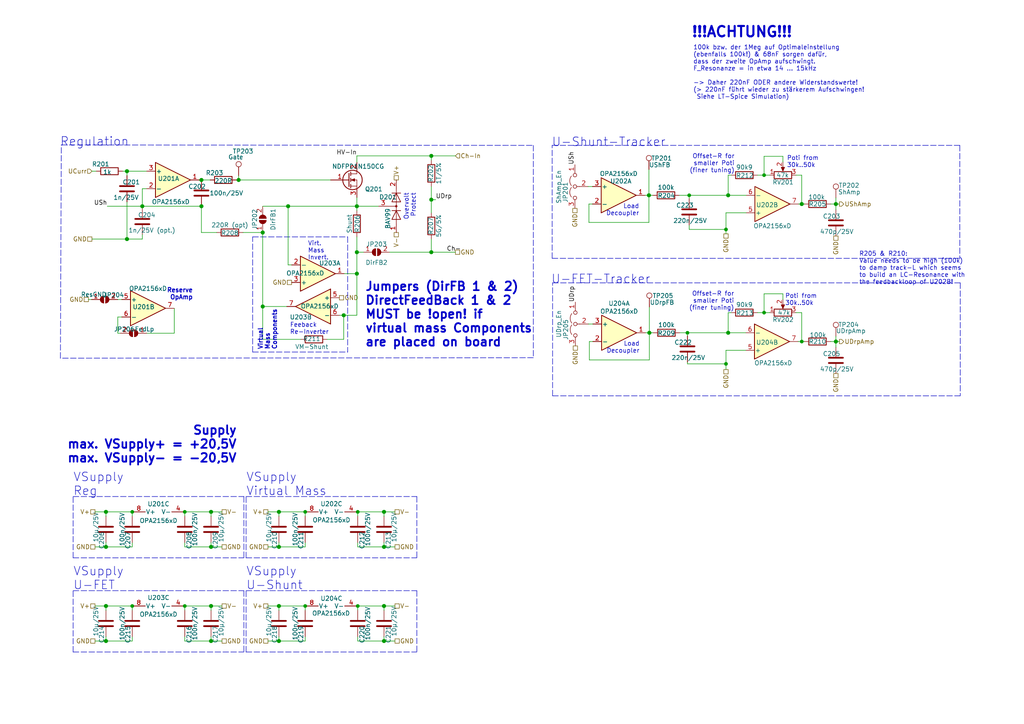
<source format=kicad_sch>
(kicad_sch (version 20230121) (generator eeschema)
  (paper "A4")
  (lib_symbols
    (symbol "Amplifier_Operational:OPA2156xD" (pin_names (offset 0.127))
      (property "Reference" "U" (at 2.54 6.35 0))
      (property "Value" "OPA2156xD" (at 2.54 3.81 0))
      (symbol "OPA2156xD_1_1"
        (polyline (pts (xy 5.08 0) (xy -5.08 5.08) (xy -5.08 -5.08) (xy 5.08 0)) (stroke (width 0.254)) (fill (type background)))
        (pin output line (at 7.62 0 180) (length 2.54) (name "~") (number "1"))
        (pin input line (at -7.62 -2.54 0) (length 2.54) (name "-") (number "2"))
        (pin input line (at -7.62 2.54 0) (length 2.54) (name "+") (number "3"))
      )
      (symbol "OPA2156xD_2_1"
        (polyline (pts (xy 5.08 0) (xy -5.08 5.08) (xy -5.08 -5.08) (xy 5.08 0)) (stroke (width 0.254)) (fill (type background)))
        (pin input line (at -7.62 2.54 0) (length 2.54) (name "+") (number "5"))
        (pin input line (at -7.62 -2.54 0) (length 2.54) (name "-") (number "6"))
        (pin output line (at 7.62 0 180) (length 2.54) (name "~") (number "7"))
      )
      (symbol "OPA2156xD_3_1"
        (pin power_in line (at 0 -7.62 90) (length 3.81) (name "V-") (number "4"))
        (pin power_in line (at 0 7.62 270) (length 3.81) (name "V+") (number "8"))
      )
    )
    (symbol "Connector:TestPoint" (pin_numbers hide) (pin_names (offset 0.762) hide)
      (property "Reference" "TP" (at 0 6.858 0))
      (property "Value" "TestPoint" (at 0 5.08 0))
      (symbol "TestPoint_0_1"
        (circle (center 0 3.302) (radius 0.762))
      )
      (symbol "TestPoint_1_1"
        (pin passive line (at 0 0 90) (length 2.54) (name "1") (number "1"))
      )
    )
    (symbol "Device:C" (pin_numbers hide) (pin_names (offset 0.254))
      (property "Reference" "C" (at 0.635 2.54 0))
      (property "Value" "C" (at 0.635 -2.54 0))
      (symbol "C_0_1"
        (polyline (pts (xy -2.032 -0.762) (xy 2.032 -0.762)) (stroke (width 0.508)))
        (polyline (pts (xy -2.032 0.762) (xy 2.032 0.762)) (stroke (width 0.508)))
      )
      (symbol "C_1_1"
        (pin passive line (at 0 3.81 270) (length 2.794) (name "~") (number "1"))
        (pin passive line (at 0 -3.81 90) (length 2.794) (name "~") (number "2"))
      )
    )
    (symbol "Device:R" (pin_numbers hide) (pin_names (offset 0))
      (property "Reference" "R" (at 2.032 0 90))
      (property "Value" "R" (at 0 0 90))
      (symbol "R_0_1"
        (rectangle (start -1.016 -2.54) (end 1.016 2.54) (stroke (width 0.254)))
      )
      (symbol "R_1_1"
        (pin passive line (at 0 3.81 270) (length 1.27) (name "~") (number "1"))
        (pin passive line (at 0 -3.81 90) (length 1.27) (name "~") (number "2"))
      )
    )
    (symbol "Device:R_Potentiometer" (pin_names (offset 1.016) hide)
      (property "Reference" "RV" (at -4.445 0 90))
      (property "Value" "R_Potentiometer" (at -2.54 0 90))
      (symbol "R_Potentiometer_0_1"
        (polyline (pts (xy 2.54 0) (xy 1.524 0)))
        (polyline (pts (xy 1.143 0) (xy 2.286 0.508) (xy 2.286 -0.508) (xy 1.143 0)) (fill (type outline)))
        (rectangle (start 1.016 2.54) (end -1.016 -2.54) (stroke (width 0.254)))
      )
      (symbol "R_Potentiometer_1_1"
        (pin passive line (at 0 3.81 270) (length 1.27) (name "1") (number "1"))
        (pin passive line (at 3.81 0 180) (length 1.27) (name "2") (number "2"))
        (pin passive line (at 0 -3.81 90) (length 1.27) (name "3") (number "3"))
      )
    )
    (symbol "Diode:BAV99" (pin_names hide)
      (property "Reference" "D" (at 0 5.08 0))
      (property "Value" "BAV99" (at 0 2.54 0))
      (symbol "BAV99_0_1"
        (polyline (pts (xy -5.08 0) (xy 5.08 0)))
      )
      (symbol "BAV99_1_1"
        (polyline (pts (xy 0 0) (xy 0 -2.54)))
        (polyline (pts (xy -1.27 -1.27) (xy -1.27 1.27) (xy -1.27 1.27)) (stroke (width 0.2032)))
        (polyline (pts (xy 3.81 1.27) (xy 3.81 -1.27) (xy 3.81 -1.27)) (stroke (width 0.2032)))
        (polyline (pts (xy -3.81 1.27) (xy -1.27 0) (xy -3.81 -1.27) (xy -3.81 1.27) (xy -3.81 1.27) (xy -3.81 1.27)) (stroke (width 0.2032)))
        (polyline (pts (xy 1.27 1.27) (xy 3.81 0) (xy 1.27 -1.27) (xy 1.27 1.27) (xy 1.27 1.27) (xy 1.27 1.27)) (stroke (width 0.2032)))
        (circle (center 0 0) (radius 0.254) (fill (type outline)))
        (pin passive line (at -7.62 0 0) (length 2.54) (name "K") (number "1"))
        (pin passive line (at 7.62 0 180) (length 2.54) (name "A") (number "2"))
        (pin passive line (at 0 -5.08 90) (length 2.54) (name "K") (number "3"))
      )
    )
    (symbol "Jumper:Jumper_3_Open" (pin_names (offset 0) hide)
      (property "Reference" "JP" (at -2.54 -2.54 0))
      (property "Value" "Jumper_3_Open" (at 0 2.794 0))
      (symbol "Jumper_3_Open_0_0"
        (circle (center -3.302 0) (radius 0.508))
        (circle (center 0 0) (radius 0.508))
        (circle (center 3.302 0) (radius 0.508))
      )
      (symbol "Jumper_3_Open_0_1"
        (arc (start -0.254 1.016) (mid -1.651 1.4992) (end -3.048 1.016))
        (polyline (pts (xy 0 -0.508) (xy 0 -1.27)))
        (arc (start 3.048 1.016) (mid 1.651 1.4992) (end 0.254 1.016))
      )
      (symbol "Jumper_3_Open_1_1"
        (pin passive line (at -6.35 0 0) (length 2.54) (name "A") (number "1"))
        (pin input line (at 0 -3.81 90) (length 2.54) (name "C") (number "2"))
        (pin passive line (at 6.35 0 180) (length 2.54) (name "B") (number "3"))
      )
    )
    (symbol "Jumper:SolderJumper_2_Open" (pin_names (offset 0) hide)
      (property "Reference" "JP" (at 0 2.032 0))
      (property "Value" "SolderJumper_2_Open" (at 0 -2.54 0))
      (symbol "SolderJumper_2_Open_0_1"
        (arc (start -0.254 1.016) (mid -1.2656 0) (end -0.254 -1.016))
        (arc (start -0.254 1.016) (mid -1.2656 0) (end -0.254 -1.016) (fill (type outline)))
        (polyline (pts (xy -0.254 1.016) (xy -0.254 -1.016)))
        (polyline (pts (xy 0.254 1.016) (xy 0.254 -1.016)))
        (arc (start 0.254 -1.016) (mid 1.2656 0) (end 0.254 1.016))
        (arc (start 0.254 -1.016) (mid 1.2656 0) (end 0.254 1.016) (fill (type outline)))
      )
      (symbol "SolderJumper_2_Open_1_1"
        (pin passive line (at -3.81 0 0) (length 2.54) (name "A") (number "1"))
        (pin passive line (at 3.81 0 180) (length 2.54) (name "B") (number "2"))
      )
    )
    (symbol "tinkerforge:MOSFET_N_CH" (pin_names (offset 0) hide)
      (property "Reference" "Q" (at 7.62 1.27 0))
      (property "Value" "MOSFET_N_CH" (at 17.78 -1.27 0))
      (symbol "MOSFET_N_CH_0_1"
        (polyline (pts (xy 0.762 -1.778) (xy 2.54 -1.778)))
        (polyline (pts (xy 0.762 -1.27) (xy 0.762 -2.286)) (stroke (width 0.254)))
        (polyline (pts (xy 0.762 0) (xy 2.54 0)))
        (polyline (pts (xy 0.762 0.508) (xy 0.762 -0.508)) (stroke (width 0.254)))
        (polyline (pts (xy 0.762 1.778) (xy 2.54 1.778)))
        (polyline (pts (xy 0.762 2.286) (xy 0.762 1.27)) (stroke (width 0.254)))
        (polyline (pts (xy 2.54 -1.778) (xy 2.54 -2.54)))
        (polyline (pts (xy 2.54 -1.778) (xy 2.54 0)))
        (polyline (pts (xy 2.54 2.54) (xy 2.54 1.778)))
        (polyline (pts (xy 0.254 1.905) (xy 0.254 -1.905) (xy 0.254 -1.905)) (stroke (width 0.254)))
        (polyline (pts (xy 0.889 0) (xy 1.905 0.381) (xy 1.905 -0.381) (xy 0.889 0)) (fill (type outline)))
        (circle (center 1.27 0) (radius 2.8194) (stroke (width 0.254)))
      )
      (symbol "MOSFET_N_CH_1_1"
        (pin input line (at -5.08 0 0) (length 5.334) (name "G") (number "1"))
        (pin passive line (at 2.54 5.08 270) (length 2.54) (name "D") (number "2"))
        (pin passive line (at 2.54 -5.08 90) (length 2.54) (name "S") (number "3"))
      )
    )
  )
  (junction (at 53.594 148.463))
  (junction (at 111.379 148.463) (diameter 1.016))
  (junction (at 111.379 158.623) (diameter 1.016))
  (junction (at 61.214 185.928) (diameter 1.016))
  (junction (at 211.201 96.52) (diameter 1.016))
  (junction (at 103.505 73.152) (diameter 1.016))
  (junction (at 188.341 96.52) (diameter 1.016))
  (junction (at 83.566 59.817) (diameter 1.016))
  (junction (at 210.566 105.537))
  (junction (at 221.615 50.8))
  (junction (at 232.537 99.06))
  (junction (at 30.734 185.928) (diameter 1.016))
  (junction (at 111.379 185.928) (diameter 1.016))
  (junction (at 99.695 91.44) (diameter 1.016))
  (junction (at 61.214 158.623) (diameter 1.016))
  (junction (at 38.354 175.768))
  (junction (at 199.39 96.52))
  (junction (at 76.2 67.437) (diameter 1.016))
  (junction (at 38.354 148.463))
  (junction (at 199.898 56.642))
  (junction (at 125.095 73.152) (diameter 1.016))
  (junction (at 103.759 148.463))
  (junction (at 242.443 59.182) (diameter 1.016))
  (junction (at 58.42 52.197) (diameter 1.016))
  (junction (at 36.83 49.657) (diameter 1.016))
  (junction (at 76.2 88.9) (diameter 1.016))
  (junction (at 242.443 99.06) (diameter 1.016))
  (junction (at 30.734 158.623) (diameter 1.016))
  (junction (at 188.214 56.642) (diameter 1.016))
  (junction (at 211.201 56.642) (diameter 1.016))
  (junction (at 61.214 148.463) (diameter 1.016))
  (junction (at 30.734 175.768) (diameter 1.016))
  (junction (at 88.519 148.463))
  (junction (at 80.899 185.928) (diameter 1.016))
  (junction (at 103.505 79.375) (diameter 1.016))
  (junction (at 210.566 66.548))
  (junction (at 80.899 175.768) (diameter 1.016))
  (junction (at 103.505 59.817) (diameter 1.016))
  (junction (at 30.734 148.463) (diameter 1.016))
  (junction (at 80.899 148.463) (diameter 1.016))
  (junction (at 69.215 52.197) (diameter 1.016))
  (junction (at 111.379 175.768) (diameter 1.016))
  (junction (at 88.519 175.768))
  (junction (at 125.095 45.212) (diameter 1.016))
  (junction (at 125.095 57.912) (diameter 1.016))
  (junction (at 61.214 175.768) (diameter 1.016))
  (junction (at 103.759 175.768))
  (junction (at 36.83 69.342) (diameter 1.016))
  (junction (at 53.594 175.768))
  (junction (at 221.615 90.678))
  (junction (at 232.537 59.182) (diameter 1.016))
  (junction (at 58.42 59.817) (diameter 1.016))
  (junction (at 80.899 158.623) (diameter 1.016))
  (junction (at 41.275 59.817) (diameter 1.016))
  (wire (pts (xy 36.83 49.657) (xy 36.83 50.927)))
  (wire (pts (xy 34.163 86.868) (xy 35.306 86.868)))
  (wire (pts (xy 41.275 69.342) (xy 36.83 69.342)))
  (wire (pts (xy 199.39 96.52) (xy 211.201 96.52)))
  (wire (pts (xy 68.58 52.197) (xy 69.215 52.197)))
  (wire (pts (xy 57.785 52.197) (xy 58.42 52.197)))
  (wire (pts (xy 36.83 69.342) (xy 26.67 69.342)))
  (wire (pts (xy 34.925 96.647) (xy 34.163 96.647)))
  (polyline (pts (xy 73.279 102.108) (xy 100.838 102.108)) (stroke (width 0) (type dash)))
  (polyline (pts (xy 21.209 171.323) (xy 70.739 171.323)) (stroke (width 0) (type dash)))
  (wire (pts (xy 111.379 149.733) (xy 111.379 148.463)))
  (wire (pts (xy 61.214 175.768) (xy 53.594 175.768)))
  (polyline (pts (xy 70.739 144.018) (xy 70.739 161.798)) (stroke (width 0) (type dash)))
  (wire (pts (xy 219.71 50.8) (xy 221.615 50.8)))
  (wire (pts (xy 231.521 99.06) (xy 232.537 99.06)))
  (wire (pts (xy 171.958 99.06) (xy 170.942 99.06)))
  (wire (pts (xy 111.379 184.658) (xy 111.379 185.928)))
  (wire (pts (xy 61.214 185.928) (xy 53.594 185.928)))
  (wire (pts (xy 242.443 99.06) (xy 243.459 99.06)))
  (wire (pts (xy 41.275 60.452) (xy 41.275 59.817)))
  (wire (pts (xy 211.201 90.678) (xy 211.201 96.52)))
  (wire (pts (xy 171.958 93.98) (xy 170.688 93.98)))
  (polyline (pts (xy 21.209 161.798) (xy 21.209 144.018)) (stroke (width 0) (type dash)))
  (wire (pts (xy 50.546 96.647) (xy 50.546 89.408)))
  (wire (pts (xy 83.566 76.835) (xy 83.566 59.817)))
  (wire (pts (xy 187.198 96.52) (xy 188.341 96.52)))
  (wire (pts (xy 103.505 79.375) (xy 103.505 91.44)))
  (wire (pts (xy 103.505 59.817) (xy 103.505 61.087)))
  (wire (pts (xy 80.899 185.928) (xy 88.519 185.928)))
  (wire (pts (xy 221.615 45.339) (xy 221.615 50.8)))
  (wire (pts (xy 61.214 184.658) (xy 61.214 185.928)))
  (wire (pts (xy 41.275 59.817) (xy 41.275 54.737)))
  (polyline (pts (xy 100.838 68.707) (xy 100.838 102.108)) (stroke (width 0) (type dash)))
  (polyline (pts (xy 73.279 102.108) (xy 73.279 68.707)) (stroke (width 0) (type dash)))
  (wire (pts (xy 64.389 158.623) (xy 61.214 158.623)))
  (polyline (pts (xy 71.374 161.798) (xy 120.904 161.798)) (stroke (width 0) (type dash)))
  (wire (pts (xy 210.566 67.818) (xy 210.566 66.548)))
  (polyline (pts (xy 73.279 68.707) (xy 100.838 68.707)) (stroke (width 0) (type dash)))
  (wire (pts (xy 103.505 73.152) (xy 103.505 79.375)))
  (wire (pts (xy 27.559 158.623) (xy 30.734 158.623)))
  (wire (pts (xy 80.899 177.038) (xy 80.899 175.768)))
  (wire (pts (xy 80.899 184.658) (xy 80.899 185.928)))
  (wire (pts (xy 80.899 158.623) (xy 88.519 158.623)))
  (wire (pts (xy 111.379 158.623) (xy 103.759 158.623)))
  (polyline (pts (xy 120.904 171.323) (xy 120.904 189.103)) (stroke (width 0) (type dash)))
  (wire (pts (xy 199.898 56.642) (xy 199.898 57.658)))
  (wire (pts (xy 70.485 67.437) (xy 76.2 67.437)))
  (wire (pts (xy 61.214 149.733) (xy 61.214 148.463)))
  (wire (pts (xy 69.215 52.197) (xy 95.885 52.197)))
  (wire (pts (xy 31.115 59.817) (xy 41.275 59.817)))
  (wire (pts (xy 113.03 73.152) (xy 125.095 73.152)))
  (wire (pts (xy 210.566 61.722) (xy 216.408 61.722)))
  (wire (pts (xy 98.425 91.44) (xy 99.695 91.44)))
  (wire (pts (xy 125.095 57.912) (xy 126.365 57.912)))
  (polyline (pts (xy 17.526 103.886) (xy 17.78 42.037)) (stroke (width 0) (type dash)))
  (wire (pts (xy 210.566 66.548) (xy 199.898 66.548)))
  (wire (pts (xy 210.566 66.548) (xy 210.566 61.722)))
  (wire (pts (xy 188.214 56.642) (xy 189.357 56.642)))
  (wire (pts (xy 103.505 45.212) (xy 125.095 45.212)))
  (polyline (pts (xy 120.904 144.018) (xy 120.904 161.798)) (stroke (width 0) (type dash)))
  (polyline (pts (xy 160.274 114.808) (xy 160.274 82.042)) (stroke (width 0) (type dash)))
  (wire (pts (xy 111.379 175.768) (xy 103.759 175.768)))
  (wire (pts (xy 76.2 98.425) (xy 87.249 98.425)))
  (wire (pts (xy 227.076 45.339) (xy 221.615 45.339)))
  (polyline (pts (xy 71.374 189.103) (xy 71.374 171.323)) (stroke (width 0) (type dash)))
  (wire (pts (xy 30.734 185.928) (xy 38.354 185.928)))
  (wire (pts (xy 34.163 91.948) (xy 35.306 91.948)))
  (wire (pts (xy 41.275 68.072) (xy 41.275 69.342)))
  (wire (pts (xy 38.354 158.623) (xy 38.354 157.353)))
  (wire (pts (xy 34.163 96.647) (xy 34.163 91.948)))
  (wire (pts (xy 111.379 157.353) (xy 111.379 158.623)))
  (wire (pts (xy 77.724 185.928) (xy 80.899 185.928)))
  (wire (pts (xy 125.095 69.342) (xy 125.095 73.152)))
  (wire (pts (xy 197.104 96.52) (xy 199.39 96.52)))
  (wire (pts (xy 221.615 85.217) (xy 221.615 90.678)))
  (wire (pts (xy 41.275 59.817) (xy 58.42 59.817)))
  (wire (pts (xy 125.095 73.152) (xy 132.08 73.152)))
  (wire (pts (xy 77.724 148.463) (xy 80.899 148.463)))
  (wire (pts (xy 210.566 105.537) (xy 210.566 107.188)))
  (wire (pts (xy 242.443 99.06) (xy 242.443 100.711)))
  (wire (pts (xy 219.71 90.678) (xy 221.615 90.678)))
  (polyline (pts (xy 71.374 171.323) (xy 120.904 171.323)) (stroke (width 0) (type dash)))
  (wire (pts (xy 196.977 56.642) (xy 199.898 56.642)))
  (wire (pts (xy 171.831 54.102) (xy 170.561 54.102)))
  (wire (pts (xy 114.554 185.928) (xy 111.379 185.928)))
  (wire (pts (xy 30.734 158.623) (xy 38.354 158.623)))
  (wire (pts (xy 99.695 98.425) (xy 99.695 91.44)))
  (polyline (pts (xy 17.78 42.037) (xy 154.686 42.164)) (stroke (width 0) (type dash)))
  (polyline (pts (xy 21.209 189.103) (xy 21.209 171.323)) (stroke (width 0) (type dash)))
  (wire (pts (xy 170.942 99.06) (xy 170.942 104.394)))
  (polyline (pts (xy 154.686 42.164) (xy 154.686 103.759)) (stroke (width 0) (type dash)))
  (wire (pts (xy 99.695 91.44) (xy 103.505 91.44)))
  (polyline (pts (xy 21.209 144.018) (xy 70.739 144.018)) (stroke (width 0) (type dash)))
  (wire (pts (xy 76.2 67.437) (xy 76.2 88.9)))
  (wire (pts (xy 125.095 45.212) (xy 132.08 45.212)))
  (wire (pts (xy 53.594 185.928) (xy 53.594 184.658)))
  (wire (pts (xy 30.734 149.733) (xy 30.734 148.463)))
  (wire (pts (xy 36.83 49.657) (xy 42.545 49.657)))
  (wire (pts (xy 242.443 59.182) (xy 242.443 60.833)))
  (polyline (pts (xy 160.147 42.164) (xy 278.384 42.164)) (stroke (width 0) (type dash)))
  (wire (pts (xy 232.537 90.678) (xy 232.537 99.06)))
  (wire (pts (xy 76.2 59.817) (xy 83.566 59.817)))
  (wire (pts (xy 61.214 157.353) (xy 61.214 158.623)))
  (wire (pts (xy 38.354 177.038) (xy 38.354 175.768)))
  (polyline (pts (xy 71.374 189.103) (xy 120.904 189.103)) (stroke (width 0) (type dash)))
  (wire (pts (xy 227.076 46.99) (xy 227.076 45.339)))
  (polyline (pts (xy 278.384 42.164) (xy 278.384 74.93)) (stroke (width 0) (type dash)))
  (wire (pts (xy 88.519 185.928) (xy 88.519 184.658)))
  (wire (pts (xy 103.505 45.212) (xy 103.505 47.117)))
  (wire (pts (xy 76.2 88.9) (xy 83.185 88.9)))
  (wire (pts (xy 199.898 66.548) (xy 199.898 65.278)))
  (wire (pts (xy 114.554 148.463) (xy 111.379 148.463)))
  (wire (pts (xy 58.42 67.437) (xy 58.42 59.817)))
  (wire (pts (xy 232.537 59.182) (xy 233.299 59.182)))
  (wire (pts (xy 30.734 184.658) (xy 30.734 185.928)))
  (wire (pts (xy 188.341 104.394) (xy 188.341 96.52)))
  (wire (pts (xy 188.341 89.027) (xy 188.341 96.52)))
  (wire (pts (xy 103.505 59.817) (xy 103.505 57.277)))
  (wire (pts (xy 26.67 49.657) (xy 27.94 49.657)))
  (wire (pts (xy 125.095 54.102) (xy 125.095 57.912)))
  (wire (pts (xy 38.354 185.928) (xy 38.354 184.658)))
  (wire (pts (xy 99.822 79.375) (xy 103.505 79.375)))
  (polyline (pts (xy 154.686 103.759) (xy 17.526 103.886)) (stroke (width 0) (type dash)))
  (wire (pts (xy 77.724 175.768) (xy 80.899 175.768)))
  (wire (pts (xy 80.899 148.463) (xy 88.519 148.463)))
  (wire (pts (xy 94.869 98.425) (xy 99.695 98.425)))
  (wire (pts (xy 80.899 149.733) (xy 80.899 148.463)))
  (wire (pts (xy 232.537 99.06) (xy 233.299 99.06)))
  (wire (pts (xy 64.389 175.768) (xy 61.214 175.768)))
  (wire (pts (xy 80.899 157.353) (xy 80.899 158.623)))
  (wire (pts (xy 230.886 90.678) (xy 232.537 90.678)))
  (wire (pts (xy 69.215 50.927) (xy 69.215 52.197)))
  (polyline (pts (xy 160.274 114.808) (xy 278.511 114.808)) (stroke (width 0) (type dash)))
  (wire (pts (xy 188.214 49.149) (xy 188.214 56.642)))
  (wire (pts (xy 210.566 101.6) (xy 216.281 101.6)))
  (wire (pts (xy 170.942 104.394) (xy 188.341 104.394)))
  (wire (pts (xy 61.214 177.038) (xy 61.214 175.768)))
  (polyline (pts (xy 160.274 82.042) (xy 278.511 82.042)) (stroke (width 0) (type dash)))
  (wire (pts (xy 76.2 88.9) (xy 76.2 98.425)))
  (wire (pts (xy 103.505 73.152) (xy 105.41 73.152)))
  (wire (pts (xy 111.379 148.463) (xy 103.759 148.463)))
  (wire (pts (xy 30.734 177.038) (xy 30.734 175.768)))
  (wire (pts (xy 242.443 59.182) (xy 243.459 59.182)))
  (wire (pts (xy 103.505 73.152) (xy 103.505 68.707)))
  (wire (pts (xy 30.734 148.463) (xy 38.354 148.463)))
  (wire (pts (xy 88.519 158.623) (xy 88.519 157.353)))
  (polyline (pts (xy 160.147 74.93) (xy 160.147 42.164)) (stroke (width 0) (type dash)))
  (wire (pts (xy 27.559 175.768) (xy 30.734 175.768)))
  (wire (pts (xy 88.519 177.038) (xy 88.519 175.768)))
  (wire (pts (xy 242.443 57.404) (xy 242.443 59.182)))
  (wire (pts (xy 30.734 157.353) (xy 30.734 158.623)))
  (wire (pts (xy 38.354 149.733) (xy 38.354 148.463)))
  (polyline (pts (xy 71.374 161.798) (xy 71.374 144.018)) (stroke (width 0) (type dash)))
  (wire (pts (xy 227.076 85.217) (xy 221.615 85.217)))
  (wire (pts (xy 199.39 105.029) (xy 199.39 105.537)))
  (wire (pts (xy 83.566 59.817) (xy 103.505 59.817)))
  (wire (pts (xy 84.582 76.835) (xy 83.566 76.835)))
  (wire (pts (xy 30.734 175.768) (xy 38.354 175.768)))
  (wire (pts (xy 53.594 177.038) (xy 53.594 175.768)))
  (wire (pts (xy 199.39 96.52) (xy 199.39 97.409)))
  (wire (pts (xy 61.214 148.463) (xy 53.594 148.463)))
  (wire (pts (xy 88.519 149.733) (xy 88.519 148.463)))
  (wire (pts (xy 221.615 50.8) (xy 223.266 50.8)))
  (wire (pts (xy 80.899 175.768) (xy 88.519 175.768)))
  (polyline (pts (xy 70.739 171.323) (xy 70.739 189.103)) (stroke (width 0) (type dash)))
  (wire (pts (xy 210.566 101.6) (xy 210.566 105.537)))
  (wire (pts (xy 111.379 177.038) (xy 111.379 175.768)))
  (wire (pts (xy 103.759 149.733) (xy 103.759 148.463)))
  (wire (pts (xy 199.39 105.537) (xy 210.566 105.537)))
  (wire (pts (xy 62.865 67.437) (xy 58.42 67.437)))
  (wire (pts (xy 187.071 56.642) (xy 188.214 56.642)))
  (wire (pts (xy 170.815 64.516) (xy 188.214 64.516)))
  (wire (pts (xy 232.537 59.182) (xy 231.648 59.182)))
  (polyline (pts (xy 160.147 74.93) (xy 278.384 74.93)) (stroke (width 0) (type dash)))
  (wire (pts (xy 53.594 158.623) (xy 53.594 157.353)))
  (wire (pts (xy 211.201 96.52) (xy 216.281 96.52)))
  (wire (pts (xy 103.759 185.928) (xy 103.759 184.658)))
  (wire (pts (xy 211.201 50.8) (xy 212.09 50.8)))
  (wire (pts (xy 53.594 149.733) (xy 53.594 148.463)))
  (polyline (pts (xy 21.209 189.103) (xy 70.739 189.103)) (stroke (width 0) (type dash)))
  (wire (pts (xy 64.389 185.928) (xy 61.214 185.928)))
  (wire (pts (xy 242.443 97.536) (xy 242.443 99.06)))
  (wire (pts (xy 199.898 56.642) (xy 211.201 56.642)))
  (wire (pts (xy 227.076 86.868) (xy 227.076 85.217)))
  (wire (pts (xy 41.275 54.737) (xy 42.545 54.737)))
  (wire (pts (xy 232.537 50.8) (xy 232.537 59.182)))
  (wire (pts (xy 171.831 59.182) (xy 170.815 59.182)))
  (wire (pts (xy 114.554 158.623) (xy 111.379 158.623)))
  (wire (pts (xy 211.201 50.8) (xy 211.201 56.642)))
  (wire (pts (xy 211.201 56.642) (xy 216.408 56.642)))
  (wire (pts (xy 125.095 45.212) (xy 125.095 46.482)))
  (wire (pts (xy 188.341 96.52) (xy 189.484 96.52)))
  (wire (pts (xy 240.919 59.182) (xy 242.443 59.182)))
  (wire (pts (xy 27.559 148.463) (xy 30.734 148.463)))
  (wire (pts (xy 35.56 49.657) (xy 36.83 49.657)))
  (polyline (pts (xy 278.511 82.042) (xy 278.511 114.808)) (stroke (width 0) (type dash)))
  (wire (pts (xy 230.886 50.8) (xy 232.537 50.8)))
  (wire (pts (xy 188.214 64.516) (xy 188.214 56.642)))
  (wire (pts (xy 114.554 175.768) (xy 111.379 175.768)))
  (wire (pts (xy 103.505 59.817) (xy 109.855 59.817)))
  (polyline (pts (xy 21.209 161.798) (xy 70.739 161.798)) (stroke (width 0) (type dash)))
  (wire (pts (xy 103.759 177.038) (xy 103.759 175.768)))
  (wire (pts (xy 170.815 59.182) (xy 170.815 64.516)))
  (wire (pts (xy 61.214 158.623) (xy 53.594 158.623)))
  (wire (pts (xy 77.724 158.623) (xy 80.899 158.623)))
  (wire (pts (xy 221.615 90.678) (xy 223.266 90.678)))
  (wire (pts (xy 240.919 99.06) (xy 242.443 99.06)))
  (wire (pts (xy 58.42 52.197) (xy 60.96 52.197)))
  (wire (pts (xy 125.095 57.912) (xy 125.095 61.722)))
  (wire (pts (xy 27.559 185.928) (xy 30.734 185.928)))
  (wire (pts (xy 25.654 86.868) (xy 26.543 86.868)))
  (wire (pts (xy 103.759 158.623) (xy 103.759 157.353)))
  (wire (pts (xy 42.545 96.647) (xy 50.546 96.647)))
  (polyline (pts (xy 71.374 144.018) (xy 120.904 144.018)) (stroke (width 0) (type dash)))
  (wire (pts (xy 36.83 58.547) (xy 36.83 69.342)))
  (wire (pts (xy 211.201 90.678) (xy 212.09 90.678)))
  (wire (pts (xy 64.389 148.463) (xy 61.214 148.463)))
  (wire (pts (xy 111.379 185.928) (xy 103.759 185.928)))
  (text "Feeback\nRe-Inverter" (at 84.074 97.155 0) (effects (font (size 1.27 1.27)) (justify left bottom)))
  (text "Load\nDecoupler" (at 185.547 102.616 0) (effects (font (size 1.27 1.27)) (justify right bottom)))
  (text "Virtual\nMass\nComponents" (at 80.391 101.6 90) (effects (font (size 1.27 1.27) (thickness 0.254) bold) (justify left bottom)))
  (text "Poti from\n30k..50k" (at 228.219 48.768 0) (effects (font (size 1.27 1.27)) (justify left bottom)))
  (text "VSupply\nU-Shunt" (at 71.374 171.323 0) (effects (font (size 2.5 2.5)) (justify left bottom)))
  (text "VSupply\nVirtual Mass" (at 71.374 144.018 0) (effects (font (size 2.5 2.5)) (justify left bottom)))
  (text "U-Shunt-Tracker" (at 193.167 42.799 0) (effects (font (size 2.5 2.5)) (justify right bottom)))
  (text "Load\nDecoupler" (at 185.42 62.738 0) (effects (font (size 1.27 1.27)) (justify right bottom)))
  (text "VSupply\nU-FET" (at 21.209 171.323 0) (effects (font (size 2.5 2.5)) (justify left bottom)))
  (text "Poti from\n30k..50k" (at 227.711 88.773 0) (effects (font (size 1.27 1.27)) (justify left bottom)))
  (text "Overvolt\nProtect" (at 120.65 56.007 90) (effects (font (size 1.27 1.27)) (justify right bottom)))
  (text "Offset-R for\nsmaller Poti\n(finer tuning)" (at 212.979 90.17 0) (effects (font (size 1.27 1.27)) (justify right bottom)))
  (text "VSupply\nReg" (at 21.209 144.018 0) (effects (font (size 2.5 2.5)) (justify left bottom)))
  (text "Supply\nmax. VSupply+ = +20,5V\nmax. VSupply- = -20,5V" (at 68.834 134.493 0) (effects (font (size 2.5 2.5) (thickness 0.5) bold) (justify right bottom)))
  (text "R205 & R210:\nValue needs to be high (100k)\nto damp track-L which seems\nto build an LC-Resonance with\nthe feedbackloop of U202B!" (at 249.174 82.677 0) (effects (font (size 1.27 1.27)) (justify left bottom)))
  (text "Reserve\nOpAmp" (at 56.007 87.122 0) (effects (font (size 1.27 1.27) (thickness 0.254) bold) (justify right bottom)))
  (text "U-FET-Tracker" (at 188.722 82.55 0) (effects (font (size 2.5 2.5)) (justify right bottom)))
  (text "100k bzw. der 1Meg auf Optimaleinstellung\n(ebenfalls 100k!) & 68nF sorgen dafür,\ndass der zweite OpAmp aufschwingt.\nF_Resonanze = in etwa 14 ... 15kHz\n\n-> Daher 220nF ODER andere Widerstandswerte!\n(> 220nF führt wieder zu stärkerem Aufschwingen!\n Siehe LT-Spice Simulation)" (at 201.041 28.956 0) (effects (font (size 1.27 1.27)) (justify left bottom)))
  (text "Regulation" (at 37.465 42.672 0) (effects (font (size 2.5 2.5)) (justify right bottom)))
  (text "Offset-R for\nsmaller Poti\n(finer tuning)" (at 213.106 50.292 0) (effects (font (size 1.27 1.27)) (justify right bottom)))
  (text "!!!ACHTUNG!!!" (at 200.406 11.176 0) (effects (font (size 3 3) (thickness 0.6) bold) (justify left bottom)))
  (text "Jumpers (DirFB 1 & 2)\nDirectFeedBack 1 & 2\nMUST be !open! if \nvirtual mass Components\nare placed on board" (at 105.791 100.838 0) (effects (font (size 2.5 2.5) (thickness 0.5) bold) (justify left bottom)))
  (text "Virt.\nMass\nInvert." (at 89.281 75.565 0) (effects (font (size 1.27 1.27)) (justify left bottom)))
  (label "USh" (at 166.751 47.752 90))
  (label "Ch-" (at 129.54 73.152 0))
  (label "UDrp" (at 126.365 57.912 0))
  (label "USh" (at 31.115 59.817 180))
  (label "UDrp" (at 166.878 87.63 90))
  (label "HV-In" (at 103.505 45.212 180))
  (hierarchical_label "Ch-In" (shape input) (at 132.08 45.212 0))
  (hierarchical_label "GND" (shape passive) (at 77.724 158.623 180))
  (hierarchical_label "V-" (shape passive) (at 114.554 148.463 0))
  (hierarchical_label "GND" (shape passive) (at 242.443 68.453 270))
  (hierarchical_label "UCurr" (shape input) (at 26.67 49.657 180))
  (hierarchical_label "GND" (shape passive) (at 114.554 158.623 0))
  (hierarchical_label "UDrpAmp" (shape output) (at 243.459 99.06 0))
  (hierarchical_label "V-" (shape passive) (at 114.935 67.437 270))
  (hierarchical_label "V+" (shape passive) (at 27.559 148.463 180))
  (hierarchical_label "GND" (shape passive) (at 114.554 185.928 0))
  (hierarchical_label "GND" (shape passive) (at 210.566 107.188 270))
  (hierarchical_label "GND" (shape passive) (at 27.559 158.623 180))
  (hierarchical_label "GND" (shape passive) (at 27.559 185.928 180))
  (hierarchical_label "UShAmp" (shape output) (at 243.459 59.182 0))
  (hierarchical_label "V-" (shape passive) (at 114.554 175.768 0))
  (hierarchical_label "GND" (shape passive) (at 166.878 100.33 270))
  (hierarchical_label "V+" (shape passive) (at 77.724 175.768 180))
  (hierarchical_label "V+" (shape passive) (at 27.559 175.768 180))
  (hierarchical_label "GND" (shape passive) (at 166.751 60.452 270))
  (hierarchical_label "GND" (shape passive) (at 98.425 86.36 0))
  (hierarchical_label "GND" (shape passive) (at 242.443 108.331 270))
  (hierarchical_label "GND" (shape passive) (at 25.654 86.868 180))
  (hierarchical_label "GND" (shape passive) (at 210.566 67.818 270))
  (hierarchical_label "GND" (shape passive) (at 64.389 158.623 0))
  (hierarchical_label "V+" (shape passive) (at 77.724 148.463 180))
  (hierarchical_label "GND" (shape passive) (at 77.724 185.928 180))
  (hierarchical_label "V-" (shape passive) (at 64.389 175.768 0))
  (hierarchical_label "V+" (shape passive) (at 114.935 52.197 90))
  (hierarchical_label "V-" (shape passive) (at 64.389 148.463 0))
  (hierarchical_label "GND" (shape passive) (at 64.389 185.928 0))
  (hierarchical_label "GND" (shape passive) (at 84.582 81.915 180))
  (hierarchical_label "GND" (shape passive) (at 26.67 69.342 180))
  (hierarchical_label "GND" (shape passive) (at 132.08 73.152 0))
  (symbol (lib_id "Device:R") (at 31.75 49.657 90) (unit 1)
    (property "Reference" "R201" (at 29.21 47.6058 90))
    (property "Value" "1k" (at 31.115 49.905 90))
    (property "Footprint" "Resistor_SMD:R_0603_1608Metric" (effects hide))
  )
  (symbol (lib_id "Connector:TestPoint") (at 188.214 49.149 0) (unit 1)
    (property "Reference" "TP201" (at 188.8491 45.9116 0) (effects (justify left)))
    (property "Value" "UShFB" (at 188.2141 47.8293 0) (effects (justify left)))
    (property "Footprint" "TestPoint:TestPoint_Pad_D1.5mm" (effects hide))
  )
  (symbol (lib_id "Device:C") (at 53.594 180.848 180) (unit 1)
    (property "Reference" "C216" (at 54.8448 184.023 90))
    (property "Value" "100n/25V" (at 56.508 180.848 90))
    (property "Footprint" "Capacitor_SMD:C_0603_1608Metric" (effects hide))
  )
  (symbol (lib_id "Device:C") (at 80.899 180.848 0) (mirror x) (unit 1)
    (property "Reference" "C218" (at 79.6482 184.023 90))
    (property "Value" "10µ/25V" (at 77.985 180.213 90))
    (property "Footprint" "Capacitor_SMD:C_0805_2012Metric" (effects hide))
  )
  (symbol (lib_id "Device:R") (at 215.9 50.8 90) (unit 1)
    (property "Reference" "R212" (at 216.027 50.9078 90))
    (property "Value" "90k9" (at 215.9 48.508 90))
    (property "Footprint" "Resistor_SMD:R_0603_1608Metric" (effects hide))
  )
  (symbol (lib_id "Connector:TestPoint") (at 188.341 89.027 0) (unit 1)
    (property "Reference" "TP205" (at 189.2301 85.7896 0) (effects (justify left)))
    (property "Value" "UDrpFB" (at 188.4681 87.7073 0) (effects (justify left)))
    (property "Footprint" "TestPoint:TestPoint_Pad_D1.5mm" (effects hide))
  )
  (symbol (lib_id "Amplifier_Operational:OPA2156xD") (at 92.202 79.375 0) (mirror x) (unit 1)
    (property "Reference" "U203" (at 98.7865 76.3269 0) (effects (justify right)))
    (property "Value" "OPA2156xD" (at 94.0686 79.2479 0) (effects (justify right)))
    (property "Footprint" "Package_SO:SOIC-8_3.9x4.9mm_P1.27mm" (effects hide))
    (property "Datasheet" "https://www.ti.com/lit/ds/symlink/opa2156.pdf" (effects hide))
  )
  (symbol (lib_id "Device:C") (at 53.594 153.543 180) (unit 1)
    (property "Reference" "C208" (at 54.8448 156.718 90))
    (property "Value" "100n/25V" (at 56.508 153.543 90))
    (property "Footprint" "Capacitor_SMD:C_0603_1608Metric" (effects hide))
  )
  (symbol (lib_id "Amplifier_Operational:OPA2156xD") (at 224.028 59.182 0) (mirror x) (unit 2)
    (property "Reference" "U202" (at 222.504 59.436 0))
    (property "Value" "OPA2156xD" (at 224.028 65.532 0))
    (property "Footprint" "Package_SO:SOIC-8_3.9x4.9mm_P1.27mm" (effects hide))
    (property "Datasheet" "https://www.ti.com/lit/ds/symlink/opa2156.pdf" (effects hide))
  )
  (symbol (lib_id "Device:C") (at 38.354 153.543 0) (mirror x) (unit 1)
    (property "Reference" "C207" (at 37.1032 156.718 90))
    (property "Value" "100n/25V" (at 35.44 153.543 90))
    (property "Footprint" "Capacitor_SMD:C_0603_1608Metric" (effects hide))
  )
  (symbol (lib_id "Connector:TestPoint") (at 69.215 50.927 0) (unit 1)
    (property "Reference" "TP203" (at 67.4371 43.8796 0) (effects (justify left)))
    (property "Value" "Gate" (at 66.1671 45.5433 0) (effects (justify left)))
    (property "Footprint" "TestPoint:TestPoint_Pad_D1.5mm" (effects hide))
  )
  (symbol (lib_id "Device:R") (at 125.095 50.292 180) (unit 1)
    (property "Reference" "R202" (at 124.9488 50.292 90))
    (property "Value" "1T/5%" (at 127.248 50.292 90))
    (property "Footprint" "Resistor_THT:R_Axial_Power_L25.0mm_W6.4mm_P27.94mm" (effects hide))
  )
  (symbol (lib_id "Amplifier_Operational:OPA2156xD") (at 45.974 148.463 90) (unit 3)
    (property "Reference" "U201" (at 45.974 146.1705 90))
    (property "Value" "OPA2156xD" (at 45.974 151.0092 90))
    (property "Footprint" "Package_SO:SOIC-8_3.9x4.9mm_P1.27mm" (effects hide))
    (property "Datasheet" "https://www.ti.com/lit/ds/symlink/opa2156.pdf" (effects hide))
  )
  (symbol (lib_id "Device:C") (at 30.734 153.543 0) (mirror x) (unit 1)
    (property "Reference" "C206" (at 29.4832 156.718 90))
    (property "Value" "10µ/25V" (at 27.82 152.908 90))
    (property "Footprint" "Capacitor_SMD:C_0805_2012Metric" (effects hide))
  )
  (symbol (lib_id "Jumper:Jumper_3_Open") (at 166.751 54.102 90) (mirror x) (unit 1)
    (property "Reference" "JP201" (at 163.9823 52.7061 0) (effects (justify left)))
    (property "Value" "ShAmp_En" (at 162.0773 49.2898 0) (effects (justify left)))
    (property "Footprint" "CustomPinHeader:PinHeader_1x03_P2.54mm_Vertical" (effects hide))
  )
  (symbol (lib_id "Device:C") (at 80.899 153.543 0) (mirror x) (unit 1)
    (property "Reference" "C210" (at 79.6482 156.718 90))
    (property "Value" "10µ/25V" (at 77.985 152.908 90))
    (property "Footprint" "Capacitor_SMD:C_0805_2012Metric" (effects hide))
  )
  (symbol (lib_id "Jumper:SolderJumper_2_Open") (at 38.735 96.647 0) (mirror y) (unit 1)
    (property "Reference" "JP206" (at 36.068 95.4744 0))
    (property "Value" "FedLp" (at 41.91 95.4555 0))
    (property "Footprint" "Jumper:SolderJumper-2_P1.3mm_Open_RoundedPad1.0x1.5mm" (effects hide))
  )
  (symbol (lib_id "Device:R") (at 237.109 99.06 270) (unit 1)
    (property "Reference" "R210" (at 237.109 99.0792 90))
    (property "Value" "100k" (at 237.236 97.155 90))
    (property "Footprint" "Resistor_SMD:R_0603_1608Metric" (effects hide))
  )
  (symbol (lib_id "Amplifier_Operational:OPA2156xD") (at 96.139 175.768 90) (mirror x) (unit 3)
    (property "Reference" "U204" (at 96.139 173.5794 90))
    (property "Value" "OPA2156xD" (at 96.012 177.8785 90))
    (property "Footprint" "Package_SO:SOIC-8_3.9x4.9mm_P1.27mm" (effects hide))
    (property "Datasheet" "https://www.ti.com/lit/ds/symlink/opa2156.pdf" (effects hide))
  )
  (symbol (lib_id "Device:R") (at 103.505 64.897 0) (unit 1)
    (property "Reference" "R206" (at 103.6512 64.897 90))
    (property "Value" "Shunt" (at 101.352 64.897 90))
    (property "Footprint" "Resistor_THT:R_Axial_DIN0204_L3.6mm_D1.6mm_P2.54mm_Vertical" (effects hide))
  )
  (symbol (lib_id "Amplifier_Operational:OPA2156xD") (at 42.926 89.408 0) (unit 2)
    (property "Reference" "U201" (at 41.656 89.0078 0))
    (property "Value" "OPA2156xD" (at 42.926 83.6865 0))
    (property "Footprint" "Package_SO:SOIC-8_3.9x4.9mm_P1.27mm" (effects hide))
    (property "Datasheet" "https://www.ti.com/lit/ds/symlink/opa2156.pdf" (effects hide))
  )
  (symbol (lib_id "Device:C") (at 88.519 180.848 0) (mirror x) (unit 1)
    (property "Reference" "C219" (at 87.2682 184.023 90))
    (property "Value" "100n/25V" (at 85.605 180.848 90))
    (property "Footprint" "Capacitor_SMD:C_0603_1608Metric" (effects hide))
  )
  (symbol (lib_id "Device:R_Potentiometer") (at 227.076 90.678 90) (unit 1)
    (property "Reference" "RV202" (at 224.028 92.71 90) (effects (justify right)))
    (property "Value" "47k" (at 225.552 90.678 90) (effects (justify right)))
    (property "Footprint" "Potentiometer_THT:Potentiometer_Bourns_3296Y_Vertical" (effects hide))
  )
  (symbol (lib_id "Device:C") (at 41.275 64.262 0) (mirror x) (unit 1)
    (property "Reference" "C204" (at 42.5642 62.357 0))
    (property "Value" "1n/25V (opt.)" (at 44.076 66.802 0))
    (property "Footprint" "Capacitor_SMD:C_0603_1608Metric" (effects hide))
  )
  (symbol (lib_id "Device:C") (at 199.898 61.468 0) (mirror x) (unit 1)
    (property "Reference" "C223" (at 198.6472 59.563 0))
    (property "Value" "220n/25V" (at 200.159 64.008 0))
    (property "Footprint" "Capacitor_SMD:C_0603_1608Metric" (effects hide))
  )
  (symbol (lib_id "Device:C") (at 111.379 180.848 180) (unit 1)
    (property "Reference" "C221" (at 112.6298 184.023 90))
    (property "Value" "10µ/25V" (at 114.293 180.213 90))
    (property "Footprint" "Capacitor_SMD:C_0805_2012Metric" (effects hide))
  )
  (symbol (lib_id "Jumper:SolderJumper_2_Open") (at 76.2 63.627 90) (unit 1)
    (property "Reference" "JP202" (at 73.8844 63.627 0))
    (property "Value" "DirFB1" (at 79.1995 63.627 0))
    (property "Footprint" "Jumper:SolderJumper-2_P1.3mm_Open_RoundedPad1.0x1.5mm" (effects hide))
  )
  (symbol (lib_id "Device:R") (at 215.9 90.678 90) (unit 1)
    (property "Reference" "R213" (at 216.027 90.7858 90))
    (property "Value" "90k9" (at 215.9 88.386 90))
    (property "Footprint" "Resistor_SMD:R_0603_1608Metric" (effects hide))
  )
  (symbol (lib_id "tinkerforge:MOSFET_N_CH") (at 100.965 52.197 0) (unit 1)
    (property "Reference" "Q201" (at 105.8165 54.8576 0) (effects (justify left)))
    (property "Value" "NDFPD1N150CG" (at 96.291 48.266 0) (effects (justify left)))
    (property "Footprint" "Package_TO_SOT_THT:TO-220-3_Vertical" (effects hide))
  )
  (symbol (lib_id "Amplifier_Operational:OPA2156xD") (at 96.139 148.463 90) (unit 3)
    (property "Reference" "U202" (at 96.139 146.1474 90))
    (property "Value" "OPA2156xD" (at 96.139 150.8275 90))
    (property "Footprint" "Package_SO:SOIC-8_3.9x4.9mm_P1.27mm" (effects hide))
    (property "Datasheet" "https://www.ti.com/lit/ds/symlink/opa2156.pdf" (effects hide))
  )
  (symbol (lib_id "Device:C") (at 38.354 180.848 0) (mirror x) (unit 1)
    (property "Reference" "C215" (at 37.1032 184.023 90))
    (property "Value" "100n/25V" (at 35.44 180.848 90))
    (property "Footprint" "Capacitor_SMD:C_0603_1608Metric" (effects hide))
  )
  (symbol (lib_id "Device:R") (at 125.095 65.532 180) (unit 1)
    (property "Reference" "R207" (at 124.9488 65.532 90))
    (property "Value" "5G{slash}5%" (at 127.248 65.532 90))
    (property "Footprint" "Resistor_SMD:R_4020_10251Metric" (effects hide))
  )
  (symbol (lib_id "Device:R") (at 193.294 96.52 90) (unit 1)
    (property "Reference" "R209" (at 193.294 96.6278 90))
    (property "Value" "100k" (at 193.294 94.228 90))
    (property "Footprint" "Resistor_SMD:R_0603_1608Metric" (effects hide))
  )
  (symbol (lib_id "Device:C") (at 199.39 101.219 0) (mirror x) (unit 1)
    (property "Reference" "C222" (at 198.1392 99.314 0))
    (property "Value" "220n/25V" (at 199.651 103.759 0))
    (property "Footprint" "Capacitor_SMD:C_0603_1608Metric" (effects hide))
  )
  (symbol (lib_id "Device:C") (at 103.759 180.848 180) (unit 1)
    (property "Reference" "C220" (at 105.0098 184.023 90))
    (property "Value" "100n/25V" (at 106.673 180.848 90))
    (property "Footprint" "Capacitor_SMD:C_0603_1608Metric" (effects hide))
  )
  (symbol (lib_id "Device:R") (at 237.109 59.182 270) (unit 1)
    (property "Reference" "R205" (at 237.109 59.2012 90))
    (property "Value" "100k" (at 236.855 57.15 90))
    (property "Footprint" "Resistor_SMD:R_0603_1608Metric" (effects hide))
  )
  (symbol (lib_id "Connector:TestPoint") (at 242.443 97.536 0) (unit 1)
    (property "Reference" "TP204" (at 243.0781 94.1716 0) (effects (justify left)))
    (property "Value" "UDrpAmp" (at 242.4431 95.9623 0) (effects (justify left)))
    (property "Footprint" "TestPoint:TestPoint_Pad_D1.5mm" (effects hide))
  )
  (symbol (lib_id "Amplifier_Operational:OPA2156xD") (at 179.451 56.642 0) (unit 1)
    (property "Reference" "U202" (at 180.086 52.5484 0))
    (property "Value" "OPA2156xD" (at 179.451 50.3705 0))
    (property "Footprint" "Package_SO:SOIC-8_3.9x4.9mm_P1.27mm" (effects hide))
    (property "Datasheet" "https://www.ti.com/lit/ds/symlink/opa2156.pdf" (effects hide))
  )
  (symbol (lib_id "Device:C") (at 111.379 153.543 180) (unit 1)
    (property "Reference" "C213" (at 112.6298 156.718 90))
    (property "Value" "10µ/25V" (at 114.293 152.908 90))
    (property "Footprint" "Capacitor_SMD:C_0805_2012Metric" (effects hide))
  )
  (symbol (lib_id "Diode:BAV99") (at 114.935 59.817 270) (mirror x) (unit 1)
    (property "Reference" "D201" (at 109.9567 57.1511 90) (effects (justify left)))
    (property "Value" "BAV99" (at 112.4967 66.4348 0) (effects (justify left)))
    (property "Footprint" "Package_TO_SOT_SMD:SOT-23" (effects hide))
    (property "Datasheet" "https://assets.nexperia.com/documents/data-sheet/BAV99_SER.pdf" (effects hide))
    (property "Hint" "Protect" (effects hide))
  )
  (symbol (lib_id "Device:R_Potentiometer") (at 227.076 50.8 90) (unit 1)
    (property "Reference" "RV201" (at 224.028 52.832 90) (effects (justify right)))
    (property "Value" "47k" (at 225.171 50.8 90) (effects (justify right)))
    (property "Footprint" "Potentiometer_THT:Potentiometer_Bourns_3296Y_Vertical" (effects hide))
  )
  (symbol (lib_id "Device:R") (at 64.77 52.197 90) (unit 1)
    (property "Reference" "R203" (at 62.23 50.1458 90))
    (property "Value" "220R" (at 64.77 52.445 90))
    (property "Footprint" "Resistor_SMD:R_0603_1608Metric" (effects hide))
  )
  (symbol (lib_id "Device:C") (at 61.214 180.848 180) (unit 1)
    (property "Reference" "C217" (at 62.4648 184.023 90))
    (property "Value" "10µ/25V" (at 64.128 180.213 90))
    (property "Footprint" "Capacitor_SMD:C_0805_2012Metric" (effects hide))
  )
  (symbol (lib_id "Device:R") (at 91.059 98.425 90) (unit 1)
    (property "Reference" "R211" (at 90.424 98.2788 90))
    (property "Value" "VM-Shunt" (at 90.424 100.578 90))
    (property "Footprint" "Resistor_THT:R_Axial_DIN0204_L3.6mm_D1.6mm_P2.54mm_Vertical" (effects hide))
  )
  (symbol (lib_id "Amplifier_Operational:OPA2156xD") (at 90.805 88.9 0) (mirror y) (unit 2)
    (property "Reference" "U203" (at 87.249 91.9776 0))
    (property "Value" "OPA2156xD" (at 92.71 88.8215 0))
    (property "Footprint" "Package_SO:SOIC-8_3.9x4.9mm_P1.27mm" (effects hide))
    (property "Datasheet" "https://www.ti.com/lit/ds/symlink/opa2156.pdf" (effects hide))
  )
  (symbol (lib_id "Amplifier_Operational:OPA2156xD") (at 45.974 175.768 90) (unit 3)
    (property "Reference" "U203" (at 45.974 173.3508 90))
    (property "Value" "OPA2156xD" (at 45.974 178.1895 90))
    (property "Footprint" "Package_SO:SOIC-8_3.9x4.9mm_P1.27mm" (effects hide))
    (property "Datasheet" "https://www.ti.com/lit/ds/symlink/opa2156.pdf" (effects hide))
  )
  (symbol (lib_id "Jumper:Jumper_3_Open") (at 166.878 93.98 90) (mirror x) (unit 1)
    (property "Reference" "JP205" (at 164.1093 92.5841 0) (effects (justify left)))
    (property "Value" "UDrp_En" (at 162.0773 89.9298 0) (effects (justify left)))
    (property "Footprint" "CustomPinHeader:PinHeader_1x03_P2.54mm_Vertical" (effects hide))
  )
  (symbol (lib_id "Amplifier_Operational:OPA2156xD") (at 223.901 99.06 0) (mirror x) (unit 2)
    (property "Reference" "U204" (at 222.504 99.314 0))
    (property "Value" "OPA2156xD" (at 224.282 105.283 0))
    (property "Footprint" "Package_SO:SOIC-8_3.9x4.9mm_P1.27mm" (effects hide))
    (property "Datasheet" "https://www.ti.com/lit/ds/symlink/opa2156.pdf" (effects hide))
  )
  (symbol (lib_id "Jumper:SolderJumper_2_Open") (at 30.353 86.868 0) (unit 1)
    (property "Reference" "JP204" (at 33.02 85.5684 0))
    (property "Value" "ResGND" (at 27.178 85.4225 0))
    (property "Footprint" "Jumper:SolderJumper-2_P1.3mm_Open_RoundedPad1.0x1.5mm" (effects hide))
  )
  (symbol (lib_id "Device:C") (at 88.519 153.543 0) (mirror x) (unit 1)
    (property "Reference" "C211" (at 87.2682 156.718 90))
    (property "Value" "100n/25V" (at 85.605 153.543 90))
    (property "Footprint" "Capacitor_SMD:C_0603_1608Metric" (effects hide))
  )
  (symbol (lib_id "Amplifier_Operational:OPA2156xD") (at 179.578 96.52 0) (unit 1)
    (property "Reference" "U204" (at 179.578 88.0068 0))
    (property "Value" "OPA2156xD" (at 179.578 90.3055 0))
    (property "Footprint" "Package_SO:SOIC-8_3.9x4.9mm_P1.27mm" (effects hide))
    (property "Datasheet" "https://www.ti.com/lit/ds/symlink/opa2156.pdf" (effects hide))
  )
  (symbol (lib_id "Amplifier_Operational:OPA2156xD") (at 50.165 52.197 0) (unit 1)
    (property "Reference" "U201" (at 48.895 51.7968 0))
    (property "Value" "OPA2156xD" (at 49.53 58.5405 0))
    (property "Footprint" "Package_SO:SOIC-8_3.9x4.9mm_P1.27mm" (effects hide))
    (property "Datasheet" "https://www.ti.com/lit/ds/symlink/opa2156.pdf" (effects hide))
  )
  (symbol (lib_id "Device:C") (at 36.83 54.737 0) (mirror y) (unit 1)
    (property "Reference" "C201" (at 38.0808 52.832 0))
    (property "Value" "1n/25V" (at 36.569 57.277 0))
    (property "Footprint" "Capacitor_SMD:C_0603_1608Metric" (effects hide))
  )
  (symbol (lib_id "Device:C") (at 242.443 104.521 0) (mirror x) (unit 1)
    (property "Reference" "C205" (at 241.1922 102.616 0))
    (property "Value" "470p/25V" (at 242.704 107.061 0))
    (property "Footprint" "Capacitor_SMD:C_0603_1608Metric" (effects hide))
  )
  (symbol (lib_id "Device:C") (at 30.734 180.848 0) (mirror x) (unit 1)
    (property "Reference" "C214" (at 29.4832 184.023 90))
    (property "Value" "10µ/25V" (at 27.82 180.213 90))
    (property "Footprint" "Capacitor_SMD:C_0805_2012Metric" (effects hide))
  )
  (symbol (lib_id "Device:C") (at 61.214 153.543 180) (unit 1)
    (property "Reference" "C209" (at 62.4648 156.718 90))
    (property "Value" "10µ/25V" (at 64.128 152.908 90))
    (property "Footprint" "Capacitor_SMD:C_0805_2012Metric" (effects hide))
  )
  (symbol (lib_id "Device:C") (at 242.443 64.643 0) (mirror x) (unit 1)
    (property "Reference" "C203" (at 241.1922 62.738 0))
    (property "Value" "470p/25V" (at 242.704 67.183 0))
    (property "Footprint" "Capacitor_SMD:C_0603_1608Metric" (effects hide))
  )
  (symbol (lib_id "Jumper:SolderJumper_2_Open") (at 109.22 73.152 0) (unit 1)
    (property "Reference" "JP203" (at 109.22 70.8364 0))
    (property "Value" "DirFB2" (at 109.22 76.1515 0))
    (property "Footprint" "Jumper:SolderJumper-2_P1.3mm_Open_RoundedPad1.0x1.5mm" (effects hide))
  )
  (symbol (lib_id "Device:C") (at 103.759 153.543 180) (unit 1)
    (property "Reference" "C212" (at 105.0098 156.718 90))
    (property "Value" "100n/25V" (at 106.673 153.543 90))
    (property "Footprint" "Capacitor_SMD:C_0603_1608Metric" (effects hide))
  )
  (symbol (lib_id "Device:R") (at 193.167 56.642 90) (unit 1)
    (property "Reference" "R204" (at 193.294 56.7498 90))
    (property "Value" "100k" (at 193.167 54.35 90))
    (property "Footprint" "Resistor_SMD:R_0603_1608Metric" (effects hide))
  )
  (symbol (lib_id "Device:R") (at 66.675 67.437 270) (unit 1)
    (property "Reference" "R208" (at 66.675 67.5832 90))
    (property "Value" "220R (opt)" (at 66.675 65.284 90))
    (property "Footprint" "Resistor_SMD:R_0603_1608Metric" (effects hide))
  )
  (symbol (lib_id "Device:C") (at 58.42 56.007 0) (mirror x) (unit 1)
    (property "Reference" "C202" (at 57.1692 54.102 0))
    (property "Value" "100n/25V" (at 65.666 56.007 0))
    (property "Footprint" "Capacitor_SMD:C_0603_1608Metric" (effects hide))
  )
  (symbol (lib_id "Connector:TestPoint") (at 242.443 57.404 0) (unit 1)
    (property "Reference" "TP202" (at 243.2051 53.7856 0) (effects (justify left)))
    (property "Value" "ShAmp" (at 243.0781 55.7033 0) (effects (justify left)))
    (property "Footprint" "TestPoint:TestPoint_Pad_D1.5mm" (effects hide))
  )
)
</source>
